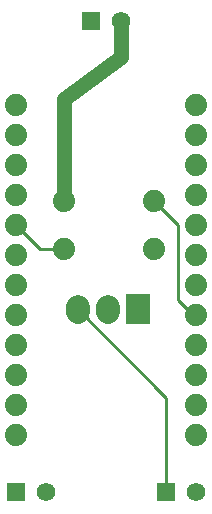
<source format=gbl>
G04 ---------------------------- Layer name :BOTTOM LAYER*
G04 EasyEDA v5.3.14, Tue, 28 Apr 2020 13:33:28 GMT*
G04 Gerber Generator version 0.2*
G04 Scale: 100 percent, Rotated: No, Reflected: No *
G04 Dimensions in inches *
G04 leading zeros omitted , absolute positions ,2 integer and 4 decimal *
%FSLAX24Y24*%
%MOIN*%
G90*
G70D02*

%ADD10C,0.010000*%
%ADD11C,0.050000*%
%ADD14R,0.078740X0.098425*%
%ADD15C,0.074000*%
%ADD16R,0.062000X0.062000*%
%ADD17C,0.062000*%
%ADD18C,0.078740*%

%LPD*%
G54D10*
G01X2400Y8700D02*
G01X1600Y8700D01*
G01X1290Y9009D01*
G01X800Y9500D01*
G01X6800Y6500D02*
G01X6700Y6500D01*
G01X6200Y7000D01*
G01X6200Y9500D01*
G01X5400Y10300D01*
G01X5800Y600D02*
G01X5800Y3750D01*
G01X2850Y6700D01*
G54D11*
G01X2400Y10300D02*
G01X2400Y13700D01*
G01X4300Y15100D01*
G01X4300Y16300D01*
G54D14*
G01X4850Y6700D03*
G54D15*
G01X800Y13500D03*
G01X800Y12500D03*
G01X800Y11500D03*
G01X800Y10500D03*
G01X800Y9500D03*
G01X800Y8500D03*
G01X800Y7500D03*
G01X800Y6500D03*
G01X800Y5500D03*
G01X800Y4500D03*
G01X800Y3500D03*
G01X800Y2500D03*
G01X6800Y2500D03*
G01X6800Y3500D03*
G01X6800Y4500D03*
G01X6800Y5500D03*
G01X6800Y6500D03*
G01X6800Y7500D03*
G01X6800Y8500D03*
G01X6800Y9500D03*
G01X6800Y10500D03*
G01X6800Y11500D03*
G01X6800Y12500D03*
G01X6800Y13500D03*
G54D16*
G01X3300Y16300D03*
G54D17*
G01X4300Y16300D03*
G54D16*
G01X800Y600D03*
G54D17*
G01X1800Y600D03*
G54D15*
G01X2400Y8700D03*
G01X5400Y8700D03*
G01X5400Y10300D03*
G01X2400Y10300D03*
G54D16*
G01X5800Y600D03*
G54D17*
G01X6800Y600D03*
G54D18*
G01X2850Y6601D02*
G01X2850Y6798D01*
G01X3850Y6601D02*
G01X3850Y6798D01*
M00*
M02*

</source>
